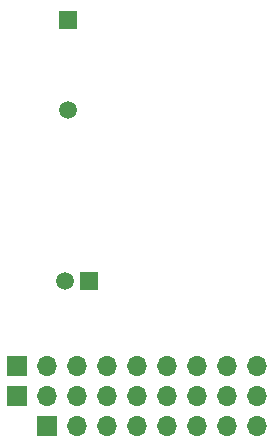
<source format=gbs>
%TF.GenerationSoftware,KiCad,Pcbnew,8.0.7*%
%TF.CreationDate,2025-02-07T13:32:31+02:00*%
%TF.ProjectId,W65C816 Opcode Display,57363543-3831-4362-904f-70636f646520,V1*%
%TF.SameCoordinates,Original*%
%TF.FileFunction,Soldermask,Bot*%
%TF.FilePolarity,Negative*%
%FSLAX46Y46*%
G04 Gerber Fmt 4.6, Leading zero omitted, Abs format (unit mm)*
G04 Created by KiCad (PCBNEW 8.0.7) date 2025-02-07 13:32:31*
%MOMM*%
%LPD*%
G01*
G04 APERTURE LIST*
%ADD10R,1.509000X1.509000*%
%ADD11C,1.509000*%
%ADD12R,1.500000X1.500000*%
%ADD13C,1.500000*%
%ADD14R,1.700000X1.700000*%
%ADD15O,1.700000X1.700000*%
G04 APERTURE END LIST*
D10*
%TO.C,S2*%
X4318000Y34416999D03*
D11*
X4318000Y26796999D03*
%TD*%
D12*
%TO.C,C1*%
X6096000Y12319000D03*
D13*
X4096000Y12319000D03*
%TD*%
D14*
%TO.C,J2*%
X0Y5080000D03*
D15*
X2540000Y5080000D03*
X5079999Y5080000D03*
X7620000Y5080000D03*
X10160000Y5080000D03*
X12700000Y5080000D03*
X15240000Y5080000D03*
X17780001Y5080000D03*
X20320000Y5080000D03*
%TD*%
D14*
%TO.C,J3*%
X2540000Y0D03*
D15*
X5080000Y0D03*
X7619999Y0D03*
X10160000Y0D03*
X12700000Y0D03*
X15240000Y0D03*
X17780000Y0D03*
X20320001Y0D03*
%TD*%
D14*
%TO.C,J1*%
X0Y2540000D03*
D15*
X2540000Y2540000D03*
X5079999Y2540000D03*
X7620000Y2540000D03*
X10160000Y2540000D03*
X12700000Y2540000D03*
X15240000Y2540000D03*
X17780001Y2540000D03*
X20320000Y2540000D03*
%TD*%
M02*

</source>
